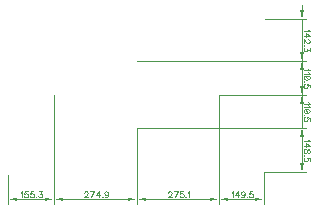
<source format=gbr>
G04 DipTrace 3.1.0.0*
G04 TopDimension.gbr*
%MOIN*%
G04 #@! TF.FileFunction,Drawing,Top*
G04 #@! TF.Part,Single*
%ADD14C,0.001378*%
%ADD86C,0.003088*%
%FSLAX26Y26*%
G04*
G70*
G90*
G75*
G01*
G04 TopDimension*
%LPD*%
X635499Y259029D2*
D14*
Y-105000D1*
X480184Y-9449D2*
Y-105000D1*
X557841Y-90000D2*
X605499D1*
G36*
X635499D2*
X605499Y-96000D1*
Y-84000D1*
X635499Y-90000D1*
G37*
X557841D2*
D14*
X510184D1*
G36*
X480184D2*
X510184Y-84000D1*
Y-96000D1*
X480184Y-90000D1*
G37*
X635499Y259029D2*
D14*
Y-105000D1*
X910446Y148491D2*
Y-105000D1*
X772972Y-90000D2*
X665499D1*
G36*
X635499D2*
X665499Y-84000D1*
Y-96000D1*
X635499Y-90000D1*
G37*
X772972D2*
D14*
X880446D1*
G36*
X910446D2*
X880446Y-96000D1*
Y-84000D1*
X910446Y-90000D1*
G37*
X1185499Y259029D2*
D14*
Y-105000D1*
X1335000Y0D2*
Y-105000D1*
X1260249Y-90000D2*
X1215499D1*
G36*
X1185499D2*
X1215499Y-84000D1*
Y-96000D1*
X1185499Y-90000D1*
G37*
X1260249D2*
D14*
X1305000D1*
G36*
X1335000D2*
X1305000Y-96000D1*
Y-84000D1*
X1335000Y-90000D1*
G37*
X1338583Y511811D2*
D14*
X1475000D1*
X910446Y369501D2*
X1475000D1*
X1460000Y511811D2*
Y369501D1*
Y556811D2*
Y541811D1*
G36*
Y511811D2*
X1454000Y541811D1*
X1466000D1*
X1460000Y511811D1*
G37*
Y324501D2*
D14*
Y339501D1*
G36*
Y369501D2*
X1466000Y339501D1*
X1454000D1*
X1460000Y369501D1*
G37*
X910446Y148491D2*
D14*
Y-105000D1*
X1185499Y259029D2*
Y-105000D1*
X1047972Y-90000D2*
X940446D1*
G36*
X910446D2*
X940446Y-84000D1*
Y-96000D1*
X910446Y-90000D1*
G37*
X1047972D2*
D14*
X1155499D1*
G36*
X1185499D2*
X1155499Y-96000D1*
Y-84000D1*
X1185499Y-90000D1*
G37*
X910446Y148491D2*
D14*
X1475000D1*
X1335000Y0D2*
X1475000D1*
X1460000Y74245D2*
Y118491D1*
G36*
Y148491D2*
X1466000Y118491D1*
X1454000D1*
X1460000Y148491D1*
G37*
Y74245D2*
D14*
Y30000D1*
G36*
Y0D2*
X1454000Y30000D1*
X1466000D1*
X1460000Y0D1*
G37*
X910446Y369501D2*
D14*
X1475000D1*
X1185499Y259029D2*
X1475000D1*
X1460000Y369501D2*
Y259029D1*
Y414501D2*
Y399501D1*
G36*
Y369501D2*
X1454000Y399501D1*
X1466000D1*
X1460000Y369501D1*
G37*
Y214029D2*
D14*
Y229029D1*
G36*
Y259029D2*
X1466000Y229029D1*
X1454000D1*
X1460000Y259029D1*
G37*
X1185499D2*
D14*
X1475000D1*
X910446Y148491D2*
X1475000D1*
X1460000Y259029D2*
Y148491D1*
Y304029D2*
Y289029D1*
G36*
Y259029D2*
X1454000Y289029D1*
X1466000D1*
X1460000Y259029D1*
G37*
Y103491D2*
D14*
Y118491D1*
G36*
Y148491D2*
X1466000Y118491D1*
X1454000D1*
X1460000Y148491D1*
G37*
X523577Y-67645D2*
D86*
X525501Y-66673D1*
X528375Y-63821D1*
Y-83895D1*
X546024Y-63821D2*
X536474D1*
X535523Y-72421D1*
X536474Y-71470D1*
X539348Y-70497D1*
X542200D1*
X545074Y-71470D1*
X546997Y-73371D1*
X547948Y-76245D1*
Y-78147D1*
X546997Y-81021D1*
X545074Y-82944D1*
X542200Y-83895D1*
X539348D1*
X536474Y-82944D1*
X535523Y-81971D1*
X534550Y-80070D1*
X565597Y-63821D2*
X556047D1*
X555096Y-72421D1*
X556047Y-71470D1*
X558921Y-70497D1*
X561773D1*
X564647Y-71470D1*
X566570Y-73371D1*
X567521Y-76245D1*
Y-78147D1*
X566570Y-81021D1*
X564647Y-82944D1*
X561773Y-83895D1*
X558921D1*
X556047Y-82944D1*
X555096Y-81971D1*
X554123Y-80070D1*
X574647Y-81971D2*
X573697Y-82944D1*
X574647Y-83895D1*
X575620Y-82944D1*
X574647Y-81971D1*
X583719Y-63821D2*
X594220D1*
X588494Y-71470D1*
X591368D1*
X593270Y-72421D1*
X594220Y-73371D1*
X595193Y-76245D1*
Y-78147D1*
X594220Y-81021D1*
X592319Y-82944D1*
X589445Y-83895D1*
X586571D1*
X583719Y-82944D1*
X582768Y-81971D1*
X581796Y-80070D1*
X735381Y-68596D2*
Y-67645D1*
X736332Y-65722D1*
X737283Y-64771D1*
X739206Y-63821D1*
X743031D1*
X744932Y-64771D1*
X745883Y-65722D1*
X746855Y-67645D1*
Y-69547D1*
X745883Y-71470D1*
X743981Y-74322D1*
X734409Y-83895D1*
X747806D1*
X757806D2*
X767379Y-63821D1*
X753982D1*
X783127Y-83895D2*
Y-63821D1*
X773555Y-77196D1*
X787903D1*
X795029Y-81971D2*
X794078Y-82944D1*
X795029Y-83895D1*
X796002Y-82944D1*
X795029Y-81971D1*
X814624Y-70497D2*
X813651Y-73371D1*
X811750Y-75295D1*
X808876Y-76245D1*
X807925D1*
X805051Y-75295D1*
X803150Y-73371D1*
X802177Y-70497D1*
Y-69547D1*
X803150Y-66673D1*
X805051Y-64771D1*
X807925Y-63821D1*
X808876D1*
X811750Y-64771D1*
X813651Y-66673D1*
X814624Y-70497D1*
Y-75295D1*
X813651Y-80070D1*
X811750Y-82944D1*
X808876Y-83895D1*
X806975D1*
X804101Y-82944D1*
X803150Y-81021D1*
X1225985Y-67645D2*
X1227909Y-66673D1*
X1230783Y-63821D1*
Y-83895D1*
X1246531D2*
Y-63821D1*
X1236959Y-77196D1*
X1251307D1*
X1269929Y-70497D2*
X1268956Y-73371D1*
X1267055Y-75295D1*
X1264181Y-76245D1*
X1263230D1*
X1260356Y-75295D1*
X1258455Y-73371D1*
X1257482Y-70497D1*
Y-69547D1*
X1258455Y-66673D1*
X1260356Y-64771D1*
X1263230Y-63821D1*
X1264181D1*
X1267055Y-64771D1*
X1268956Y-66673D1*
X1269929Y-70497D1*
Y-75295D1*
X1268956Y-80070D1*
X1267055Y-82944D1*
X1264181Y-83895D1*
X1262280D1*
X1259406Y-82944D1*
X1258455Y-81021D1*
X1277055Y-81971D2*
X1276105Y-82944D1*
X1277055Y-83895D1*
X1278028Y-82944D1*
X1277055Y-81971D1*
X1295678Y-63821D2*
X1286127D1*
X1285176Y-72421D1*
X1286127Y-71470D1*
X1289001Y-70497D1*
X1291853D1*
X1294727Y-71470D1*
X1296650Y-73371D1*
X1297601Y-76245D1*
Y-78147D1*
X1296650Y-81021D1*
X1294727Y-82944D1*
X1291853Y-83895D1*
X1289001D1*
X1286127Y-82944D1*
X1285176Y-81971D1*
X1284204Y-80070D1*
X1482355Y475395D2*
X1483327Y473472D1*
X1486179Y470598D1*
X1466105D1*
Y454850D2*
X1486179D1*
X1472804Y464422D1*
Y450074D1*
X1481404Y442926D2*
X1482355D1*
X1484278Y441975D1*
X1485229Y441025D1*
X1486179Y439101D1*
Y435277D1*
X1485229Y433375D1*
X1484278Y432425D1*
X1482355Y431452D1*
X1480453D1*
X1478530Y432425D1*
X1475678Y434326D1*
X1466105Y443899D1*
Y430501D1*
X1468029Y423375D2*
X1467056Y424326D1*
X1466105Y423375D1*
X1467056Y422402D1*
X1468029Y423375D1*
X1486179Y414303D2*
Y403802D1*
X1478530Y409528D1*
Y406654D1*
X1477579Y404753D1*
X1476629Y403802D1*
X1473755Y402829D1*
X1471853D1*
X1468979Y403802D1*
X1467056Y405703D1*
X1466105Y408577D1*
Y411451D1*
X1467056Y414303D1*
X1468029Y415254D1*
X1469930Y416226D1*
X1014681Y-68596D2*
Y-67645D1*
X1015632Y-65722D1*
X1016583Y-64771D1*
X1018506Y-63821D1*
X1022331D1*
X1024232Y-64771D1*
X1025183Y-65722D1*
X1026155Y-67645D1*
Y-69547D1*
X1025183Y-71470D1*
X1023281Y-74322D1*
X1013709Y-83895D1*
X1027106D1*
X1037106D2*
X1046679Y-63821D1*
X1033282D1*
X1064329D2*
X1054778D1*
X1053827Y-72421D1*
X1054778Y-71470D1*
X1057652Y-70497D1*
X1060504D1*
X1063378Y-71470D1*
X1065301Y-73371D1*
X1066252Y-76245D1*
Y-78147D1*
X1065301Y-81021D1*
X1063378Y-82944D1*
X1060504Y-83895D1*
X1057652D1*
X1054778Y-82944D1*
X1053827Y-81971D1*
X1052855Y-80070D1*
X1073378Y-81971D2*
X1072428Y-82944D1*
X1073378Y-83895D1*
X1074351Y-82944D1*
X1073378Y-81971D1*
X1080527Y-67645D2*
X1082450Y-66673D1*
X1085324Y-63821D1*
Y-83895D1*
X1482355Y108974D2*
X1483327Y107050D1*
X1486179Y104176D1*
X1466105D1*
Y88428D2*
X1486179D1*
X1472804Y98000D1*
Y83652D1*
X1486179Y72701D2*
X1485229Y75553D1*
X1483327Y76526D1*
X1481404D1*
X1479503Y75553D1*
X1478530Y73652D1*
X1477579Y69827D1*
X1476629Y66953D1*
X1474705Y65052D1*
X1472804Y64102D1*
X1469930D1*
X1468029Y65052D1*
X1467056Y66003D1*
X1466105Y68877D1*
Y72701D1*
X1467056Y75553D1*
X1468029Y76526D1*
X1469930Y77477D1*
X1472804D1*
X1474705Y76526D1*
X1476629Y74603D1*
X1477579Y71751D1*
X1478530Y67926D1*
X1479503Y66003D1*
X1481404Y65052D1*
X1483327D1*
X1485229Y66003D1*
X1486179Y68877D1*
Y72701D1*
X1468029Y56975D2*
X1467056Y57926D1*
X1466105Y56975D1*
X1467056Y56002D1*
X1468029Y56975D1*
X1486179Y38353D2*
Y47903D1*
X1477579Y48854D1*
X1478530Y47903D1*
X1479503Y45029D1*
Y42177D1*
X1478530Y39303D1*
X1476629Y37380D1*
X1473755Y36429D1*
X1471853D1*
X1468979Y37380D1*
X1467056Y39303D1*
X1466105Y42177D1*
Y45029D1*
X1467056Y47903D1*
X1468029Y48854D1*
X1469930Y49827D1*
X1482355Y344229D2*
X1483327Y342306D1*
X1486179Y339432D1*
X1466105D1*
X1482355Y333256D2*
X1483327Y331333D1*
X1486179Y328458D1*
X1466105D1*
X1486179Y316535D2*
X1485229Y319409D1*
X1482355Y321332D1*
X1477579Y322283D1*
X1474705D1*
X1469930Y321332D1*
X1467056Y319409D1*
X1466105Y316535D1*
Y314633D1*
X1467056Y311759D1*
X1469930Y309858D1*
X1474705Y308885D1*
X1477579D1*
X1482355Y309858D1*
X1485229Y311759D1*
X1486179Y314633D1*
Y316535D1*
X1482355Y309858D2*
X1469930Y321332D1*
X1468029Y301759D2*
X1467056Y302710D1*
X1466105Y301759D1*
X1467056Y300786D1*
X1468029Y301759D1*
X1486179Y283137D2*
Y292687D1*
X1477579Y293638D1*
X1478530Y292687D1*
X1479503Y289813D1*
Y286961D1*
X1478530Y284087D1*
X1476629Y282164D1*
X1473755Y281213D1*
X1471853D1*
X1468979Y282164D1*
X1467056Y284087D1*
X1466105Y286961D1*
Y289813D1*
X1467056Y292687D1*
X1468029Y293638D1*
X1469930Y294611D1*
X1482355Y233724D2*
X1483327Y231800D1*
X1486179Y228926D1*
X1466105D1*
X1482355Y222751D2*
X1483327Y220827D1*
X1486179Y217953D1*
X1466105D1*
X1486179Y206030D2*
X1485229Y208904D1*
X1482355Y210827D1*
X1477579Y211778D1*
X1474705D1*
X1469930Y210827D1*
X1467056Y208904D1*
X1466105Y206030D1*
Y204128D1*
X1467056Y201254D1*
X1469930Y199353D1*
X1474705Y198380D1*
X1477579D1*
X1482355Y199353D1*
X1485229Y201254D1*
X1486179Y204128D1*
Y206030D1*
X1482355Y199353D2*
X1469930Y210827D1*
X1468029Y191254D2*
X1467056Y192205D1*
X1466105Y191254D1*
X1467056Y190281D1*
X1468029Y191254D1*
X1486179Y172631D2*
Y182182D1*
X1477579Y183133D1*
X1478530Y182182D1*
X1479503Y179308D1*
Y176456D1*
X1478530Y173582D1*
X1476629Y171659D1*
X1473755Y170708D1*
X1471853D1*
X1468979Y171659D1*
X1467056Y173582D1*
X1466105Y176456D1*
Y179308D1*
X1467056Y182182D1*
X1468029Y183133D1*
X1469930Y184105D1*
M02*

</source>
